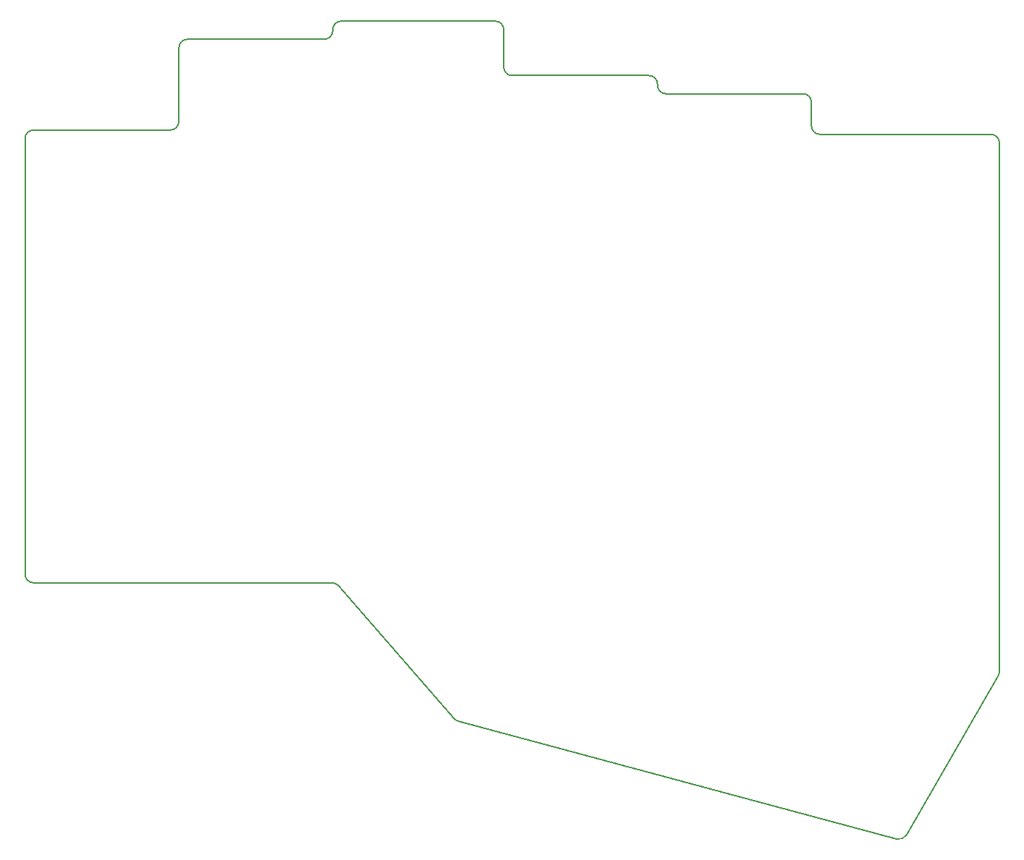
<source format=gm1>
G04 #@! TF.GenerationSoftware,KiCad,Pcbnew,8.0.6+1*
G04 #@! TF.CreationDate,2024-12-31T16:22:39+00:00*
G04 #@! TF.ProjectId,corney_island_wireless_autorouted,636f726e-6579-45f6-9973-6c616e645f77,0.2*
G04 #@! TF.SameCoordinates,Original*
G04 #@! TF.FileFunction,Profile,NP*
%FSLAX46Y46*%
G04 Gerber Fmt 4.6, Leading zero omitted, Abs format (unit mm)*
G04 Created by KiCad (PCBNEW 8.0.6+1) date 2024-12-31 16:22:39*
%MOMM*%
%LPD*%
G01*
G04 APERTURE LIST*
G04 #@! TA.AperFunction,Profile*
%ADD10C,0.150000*%
G04 #@! TD*
G04 APERTURE END LIST*
D10*
X182000000Y-56000000D02*
X182000000Y-53250000D01*
X140695574Y-125729199D02*
G75*
G02*
X140199383Y-125418940I258926J965999D01*
G01*
X107000000Y-56500000D02*
X91000000Y-56500000D01*
X204000000Y-119905915D02*
X204000000Y-58000000D01*
X125000000Y-45875000D02*
X109000000Y-45875000D01*
X145000000Y-43750000D02*
X127000000Y-43750000D01*
X191999967Y-139476169D02*
X140695574Y-125729199D01*
X91000000Y-109500000D02*
G75*
G02*
X90000000Y-108500000I0J1000000D01*
G01*
X126000000Y-44750000D02*
G75*
G02*
X127000000Y-43750000I1000000J0D01*
G01*
X91000000Y-109500000D02*
X125918976Y-109500000D01*
X183000000Y-57000000D02*
G75*
G02*
X182000000Y-56000000I0J1000000D01*
G01*
X193124811Y-139010244D02*
X203866025Y-120405915D01*
X108000000Y-55500000D02*
G75*
G02*
X107000000Y-56500000I-1000000J0D01*
G01*
X90000000Y-108500000D02*
X90000000Y-57500000D01*
X90000000Y-57500000D02*
G75*
G02*
X91000000Y-56500000I1000000J0D01*
G01*
X193124811Y-139010244D02*
G75*
G02*
X191999959Y-139476198I-866111J500144D01*
G01*
X183000000Y-57000000D02*
X203000000Y-57000000D01*
X108000000Y-46875000D02*
G75*
G02*
X109000000Y-45875000I1000000J0D01*
G01*
X126000000Y-44750000D02*
X126000000Y-44875000D01*
X146000000Y-49125000D02*
X146000000Y-44750000D01*
X147000000Y-50125000D02*
G75*
G02*
X146000000Y-49125000I0J1000000D01*
G01*
X126000000Y-44875000D02*
G75*
G02*
X125000000Y-45875000I-1000000J0D01*
G01*
X204000000Y-119905915D02*
G75*
G02*
X203866030Y-120405918I-1000100J15D01*
G01*
X181000000Y-52250000D02*
X165000000Y-52250000D01*
X125918976Y-109500000D02*
G75*
G02*
X126673997Y-109844324I24J-999900D01*
G01*
X164000000Y-51250000D02*
X164000000Y-51125000D01*
X140199360Y-125418960D02*
X126674009Y-109844313D01*
X163000000Y-50125000D02*
X147000000Y-50125000D01*
X203000000Y-57000000D02*
G75*
G02*
X204000000Y-58000000I0J-1000000D01*
G01*
X145000000Y-43750000D02*
G75*
G02*
X146000000Y-44750000I0J-1000000D01*
G01*
X108000000Y-46875000D02*
X108000000Y-55500000D01*
X163000000Y-50125000D02*
G75*
G02*
X164000000Y-51125000I0J-1000000D01*
G01*
X181000000Y-52250000D02*
G75*
G02*
X182000000Y-53250000I0J-1000000D01*
G01*
X165000000Y-52250000D02*
G75*
G02*
X164000000Y-51250000I0J1000000D01*
G01*
M02*

</source>
